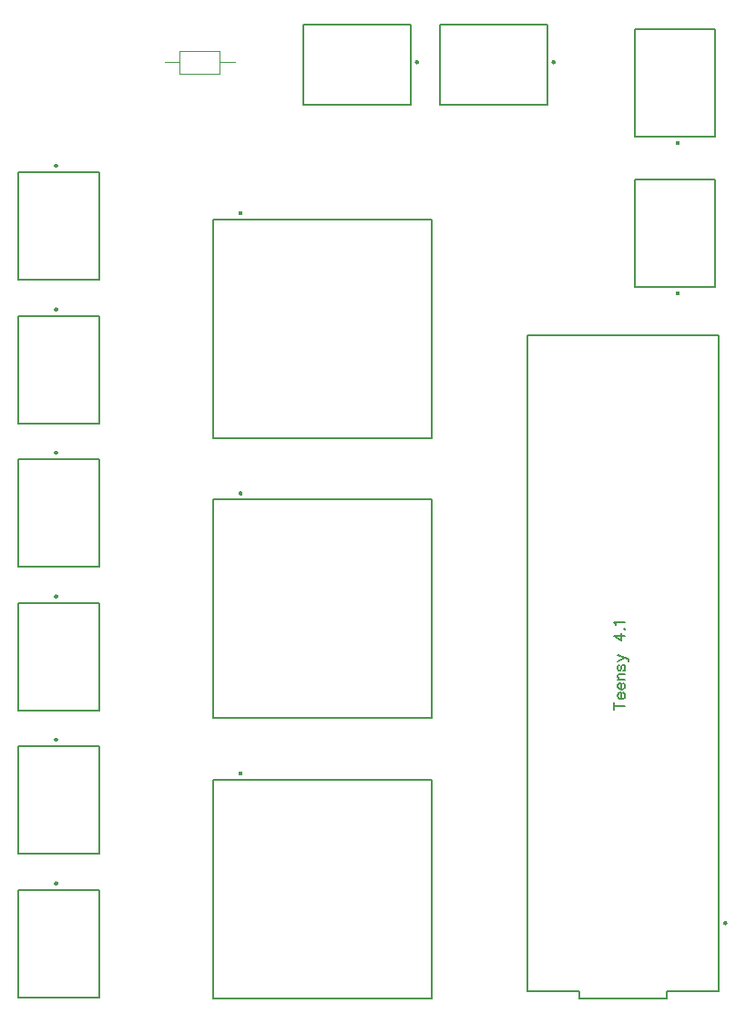
<source format=gbr>
G04 DipTrace 5.2.0.4*
G04 TopAssembly.gbr*
%MOIN*%
G04 #@! TF.FileFunction,Drawing,Top*
G04 #@! TF.Part,Single*
%ADD10C,0.005*%
%ADD20C,0.004724*%
%ADD56C,0.006176*%
%FSLAX26Y26*%
G04*
G70*
G90*
G75*
G01*
G04 TopAssy*
%LPD*%
X1990550Y3811220D2*
D10*
X1596850D1*
Y4106495D1*
X1990550D1*
Y3811220D1*
G36*
X2022046Y3968700D2*
X2021979Y3967672D1*
X2021778Y3966662D1*
X2021447Y3965687D1*
X2020992Y3964763D1*
X2020419Y3963907D1*
X2019740Y3963132D1*
X2018966Y3962453D1*
X2018109Y3961881D1*
X2017186Y3961425D1*
X2016210Y3961094D1*
X2015200Y3960893D1*
X2014172Y3960826D1*
X2013145Y3960893D1*
X2012134Y3961094D1*
X2011159Y3961425D1*
X2010235Y3961881D1*
X2009379Y3962453D1*
X2008605Y3963132D1*
X2007926Y3963907D1*
X2007353Y3964763D1*
X2006898Y3965687D1*
X2006567Y3966662D1*
X2006366Y3967672D1*
X2006298Y3968700D1*
D1*
X2006366Y3969728D1*
X2006567Y3970738D1*
X2006898Y3971713D1*
X2007353Y3972637D1*
X2007926Y3973493D1*
X2008605Y3974268D1*
X2009379Y3974947D1*
X2010235Y3975519D1*
X2011159Y3975975D1*
X2012134Y3976306D1*
X2013145Y3976507D1*
X2014172Y3976574D1*
X2015200Y3976507D1*
X2016210Y3976306D1*
X2017186Y3975975D1*
X2018109Y3975519D1*
X2018966Y3974947D1*
X2019740Y3974268D1*
X2020419Y3973493D1*
X2020992Y3972637D1*
X2021447Y3971713D1*
X2021778Y3970738D1*
X2021979Y3969728D1*
X2022046Y3968700D1*
D1*
G37*
X2811220Y3696850D2*
D10*
Y4090550D1*
X3106495D1*
Y3696850D1*
X2811220D1*
G36*
X2968700Y3665354D2*
X2967672Y3665421D1*
X2966662Y3665622D1*
X2965687Y3665953D1*
X2964763Y3666408D1*
X2963907Y3666981D1*
X2963132Y3667660D1*
X2962453Y3668434D1*
X2961881Y3669291D1*
X2961425Y3670214D1*
X2961094Y3671190D1*
X2960893Y3672200D1*
X2960826Y3673228D1*
X2960893Y3674255D1*
X2961094Y3675266D1*
X2961425Y3676241D1*
X2961881Y3677165D1*
X2962453Y3678021D1*
X2963132Y3678795D1*
X2963907Y3679474D1*
X2964763Y3680047D1*
X2965687Y3680502D1*
X2966662Y3680833D1*
X2967672Y3681034D1*
X2968700Y3681102D1*
D1*
X2969728Y3681034D1*
X2970738Y3680833D1*
X2971713Y3680502D1*
X2972637Y3680047D1*
X2973493Y3679474D1*
X2974268Y3678795D1*
X2974947Y3678021D1*
X2975519Y3677165D1*
X2975975Y3676241D1*
X2976306Y3675266D1*
X2976507Y3674255D1*
X2976574Y3673228D1*
X2976507Y3672200D1*
X2976306Y3671190D1*
X2975975Y3670214D1*
X2975519Y3669291D1*
X2974947Y3668434D1*
X2974268Y3667660D1*
X2973493Y3666981D1*
X2972637Y3666408D1*
X2971713Y3665953D1*
X2970738Y3665622D1*
X2969728Y3665421D1*
X2968700Y3665354D1*
D1*
G37*
X2811220Y3146850D2*
D10*
Y3540550D1*
X3106495D1*
Y3146850D1*
X2811220D1*
G36*
X2968700Y3115354D2*
X2967672Y3115421D1*
X2966662Y3115622D1*
X2965687Y3115953D1*
X2964763Y3116408D1*
X2963907Y3116981D1*
X2963132Y3117660D1*
X2962453Y3118434D1*
X2961881Y3119291D1*
X2961425Y3120214D1*
X2961094Y3121190D1*
X2960893Y3122200D1*
X2960826Y3123228D1*
X2960893Y3124255D1*
X2961094Y3125266D1*
X2961425Y3126241D1*
X2961881Y3127165D1*
X2962453Y3128021D1*
X2963132Y3128795D1*
X2963907Y3129474D1*
X2964763Y3130047D1*
X2965687Y3130502D1*
X2966662Y3130833D1*
X2967672Y3131034D1*
X2968700Y3131102D1*
D1*
X2969728Y3131034D1*
X2970738Y3130833D1*
X2971713Y3130502D1*
X2972637Y3130047D1*
X2973493Y3129474D1*
X2974268Y3128795D1*
X2974947Y3128021D1*
X2975519Y3127165D1*
X2975975Y3126241D1*
X2976306Y3125266D1*
X2976507Y3124255D1*
X2976574Y3123228D1*
X2976507Y3122200D1*
X2976306Y3121190D1*
X2975975Y3120214D1*
X2975519Y3119291D1*
X2974947Y3118434D1*
X2974268Y3117660D1*
X2973493Y3116981D1*
X2972637Y3116408D1*
X2971713Y3115953D1*
X2970738Y3115622D1*
X2969728Y3115421D1*
X2968700Y3115354D1*
D1*
G37*
X851180Y940550D2*
D10*
Y546850D1*
X555905D1*
Y940550D1*
X851180D1*
G36*
X693700Y972046D2*
X694728Y971979D1*
X695738Y971778D1*
X696713Y971447D1*
X697637Y970992D1*
X698493Y970419D1*
X699268Y969740D1*
X699947Y968966D1*
X700519Y968109D1*
X700975Y967186D1*
X701306Y966210D1*
X701507Y965200D1*
X701574Y964172D1*
X701507Y963145D1*
X701306Y962134D1*
X700975Y961159D1*
X700519Y960235D1*
X699947Y959379D1*
X699268Y958605D1*
X698493Y957926D1*
X697637Y957353D1*
X696713Y956898D1*
X695738Y956567D1*
X694728Y956366D1*
X693700Y956298D1*
D1*
X692672Y956366D1*
X691662Y956567D1*
X690687Y956898D1*
X689763Y957353D1*
X688907Y957926D1*
X688132Y958605D1*
X687453Y959379D1*
X686881Y960235D1*
X686425Y961159D1*
X686094Y962134D1*
X685893Y963145D1*
X685826Y964172D1*
X685893Y965200D1*
X686094Y966210D1*
X686425Y967186D1*
X686881Y968109D1*
X687453Y968966D1*
X688132Y969740D1*
X688907Y970419D1*
X689763Y970992D1*
X690687Y971447D1*
X691662Y971778D1*
X692672Y971979D1*
X693700Y972046D1*
D1*
G37*
X851180Y1465550D2*
D10*
Y1071850D1*
X555905D1*
Y1465550D1*
X851180D1*
G36*
X693700Y1497046D2*
X694728Y1496979D1*
X695738Y1496778D1*
X696713Y1496447D1*
X697637Y1495992D1*
X698493Y1495419D1*
X699268Y1494740D1*
X699947Y1493966D1*
X700519Y1493109D1*
X700975Y1492186D1*
X701306Y1491210D1*
X701507Y1490200D1*
X701574Y1489172D1*
X701507Y1488145D1*
X701306Y1487134D1*
X700975Y1486159D1*
X700519Y1485235D1*
X699947Y1484379D1*
X699268Y1483605D1*
X698493Y1482926D1*
X697637Y1482353D1*
X696713Y1481898D1*
X695738Y1481567D1*
X694728Y1481366D1*
X693700Y1481298D1*
D1*
X692672Y1481366D1*
X691662Y1481567D1*
X690687Y1481898D1*
X689763Y1482353D1*
X688907Y1482926D1*
X688132Y1483605D1*
X687453Y1484379D1*
X686881Y1485235D1*
X686425Y1486159D1*
X686094Y1487134D1*
X685893Y1488145D1*
X685826Y1489172D1*
X685893Y1490200D1*
X686094Y1491210D1*
X686425Y1492186D1*
X686881Y1493109D1*
X687453Y1493966D1*
X688132Y1494740D1*
X688907Y1495419D1*
X689763Y1495992D1*
X690687Y1496447D1*
X691662Y1496778D1*
X692672Y1496979D1*
X693700Y1497046D1*
D1*
G37*
X851180Y1990550D2*
D10*
Y1596850D1*
X555905D1*
Y1990550D1*
X851180D1*
G36*
X693700Y2022046D2*
X694728Y2021979D1*
X695738Y2021778D1*
X696713Y2021447D1*
X697637Y2020992D1*
X698493Y2020419D1*
X699268Y2019740D1*
X699947Y2018966D1*
X700519Y2018109D1*
X700975Y2017186D1*
X701306Y2016210D1*
X701507Y2015200D1*
X701574Y2014172D1*
X701507Y2013145D1*
X701306Y2012134D1*
X700975Y2011159D1*
X700519Y2010235D1*
X699947Y2009379D1*
X699268Y2008605D1*
X698493Y2007926D1*
X697637Y2007353D1*
X696713Y2006898D1*
X695738Y2006567D1*
X694728Y2006366D1*
X693700Y2006298D1*
D1*
X692672Y2006366D1*
X691662Y2006567D1*
X690687Y2006898D1*
X689763Y2007353D1*
X688907Y2007926D1*
X688132Y2008605D1*
X687453Y2009379D1*
X686881Y2010235D1*
X686425Y2011159D1*
X686094Y2012134D1*
X685893Y2013145D1*
X685826Y2014172D1*
X685893Y2015200D1*
X686094Y2016210D1*
X686425Y2017186D1*
X686881Y2018109D1*
X687453Y2018966D1*
X688132Y2019740D1*
X688907Y2020419D1*
X689763Y2020992D1*
X690687Y2021447D1*
X691662Y2021778D1*
X692672Y2021979D1*
X693700Y2022046D1*
D1*
G37*
X851180Y2515550D2*
D10*
Y2121850D1*
X555905D1*
Y2515550D1*
X851180D1*
G36*
X693700Y2547046D2*
X694728Y2546979D1*
X695738Y2546778D1*
X696713Y2546447D1*
X697637Y2545992D1*
X698493Y2545419D1*
X699268Y2544740D1*
X699947Y2543966D1*
X700519Y2543109D1*
X700975Y2542186D1*
X701306Y2541210D1*
X701507Y2540200D1*
X701574Y2539172D1*
X701507Y2538145D1*
X701306Y2537134D1*
X700975Y2536159D1*
X700519Y2535235D1*
X699947Y2534379D1*
X699268Y2533605D1*
X698493Y2532926D1*
X697637Y2532353D1*
X696713Y2531898D1*
X695738Y2531567D1*
X694728Y2531366D1*
X693700Y2531298D1*
D1*
X692672Y2531366D1*
X691662Y2531567D1*
X690687Y2531898D1*
X689763Y2532353D1*
X688907Y2532926D1*
X688132Y2533605D1*
X687453Y2534379D1*
X686881Y2535235D1*
X686425Y2536159D1*
X686094Y2537134D1*
X685893Y2538145D1*
X685826Y2539172D1*
X685893Y2540200D1*
X686094Y2541210D1*
X686425Y2542186D1*
X686881Y2543109D1*
X687453Y2543966D1*
X688132Y2544740D1*
X688907Y2545419D1*
X689763Y2545992D1*
X690687Y2546447D1*
X691662Y2546778D1*
X692672Y2546979D1*
X693700Y2547046D1*
D1*
G37*
X851180Y3040550D2*
D10*
Y2646850D1*
X555905D1*
Y3040550D1*
X851180D1*
G36*
X693700Y3072046D2*
X694728Y3071979D1*
X695738Y3071778D1*
X696713Y3071447D1*
X697637Y3070992D1*
X698493Y3070419D1*
X699268Y3069740D1*
X699947Y3068966D1*
X700519Y3068109D1*
X700975Y3067186D1*
X701306Y3066210D1*
X701507Y3065200D1*
X701574Y3064172D1*
X701507Y3063145D1*
X701306Y3062134D1*
X700975Y3061159D1*
X700519Y3060235D1*
X699947Y3059379D1*
X699268Y3058605D1*
X698493Y3057926D1*
X697637Y3057353D1*
X696713Y3056898D1*
X695738Y3056567D1*
X694728Y3056366D1*
X693700Y3056298D1*
D1*
X692672Y3056366D1*
X691662Y3056567D1*
X690687Y3056898D1*
X689763Y3057353D1*
X688907Y3057926D1*
X688132Y3058605D1*
X687453Y3059379D1*
X686881Y3060235D1*
X686425Y3061159D1*
X686094Y3062134D1*
X685893Y3063145D1*
X685826Y3064172D1*
X685893Y3065200D1*
X686094Y3066210D1*
X686425Y3067186D1*
X686881Y3068109D1*
X687453Y3068966D1*
X688132Y3069740D1*
X688907Y3070419D1*
X689763Y3070992D1*
X690687Y3071447D1*
X691662Y3071778D1*
X692672Y3071979D1*
X693700Y3072046D1*
D1*
G37*
X851180Y3565550D2*
D10*
Y3171850D1*
X555905D1*
Y3565550D1*
X851180D1*
G36*
X693700Y3597046D2*
X694728Y3596979D1*
X695738Y3596778D1*
X696713Y3596447D1*
X697637Y3595992D1*
X698493Y3595419D1*
X699268Y3594740D1*
X699947Y3593966D1*
X700519Y3593109D1*
X700975Y3592186D1*
X701306Y3591210D1*
X701507Y3590200D1*
X701574Y3589172D1*
X701507Y3588145D1*
X701306Y3587134D1*
X700975Y3586159D1*
X700519Y3585235D1*
X699947Y3584379D1*
X699268Y3583605D1*
X698493Y3582926D1*
X697637Y3582353D1*
X696713Y3581898D1*
X695738Y3581567D1*
X694728Y3581366D1*
X693700Y3581298D1*
D1*
X692672Y3581366D1*
X691662Y3581567D1*
X690687Y3581898D1*
X689763Y3582353D1*
X688907Y3582926D1*
X688132Y3583605D1*
X687453Y3584379D1*
X686881Y3585235D1*
X686425Y3586159D1*
X686094Y3587134D1*
X685893Y3588145D1*
X685826Y3589172D1*
X685893Y3590200D1*
X686094Y3591210D1*
X686425Y3592186D1*
X686881Y3593109D1*
X687453Y3593966D1*
X688132Y3594740D1*
X688907Y3595419D1*
X689763Y3595992D1*
X690687Y3596447D1*
X691662Y3596778D1*
X692672Y3596979D1*
X693700Y3597046D1*
D1*
G37*
G36*
X1360826Y1366075D2*
X1360893Y1367103D1*
X1361094Y1368113D1*
X1361425Y1369089D1*
X1361881Y1370012D1*
X1362453Y1370869D1*
X1363132Y1371643D1*
X1363907Y1372322D1*
X1364763Y1372894D1*
X1365687Y1373350D1*
X1366662Y1373681D1*
X1367672Y1373882D1*
X1368700Y1373949D1*
X1369728Y1373882D1*
X1370738Y1373681D1*
X1371713Y1373350D1*
X1372637Y1372894D1*
X1373493Y1372322D1*
X1374268Y1371643D1*
X1374947Y1370869D1*
X1375519Y1370012D1*
X1375975Y1369089D1*
X1376306Y1368113D1*
X1376507Y1367103D1*
X1376574Y1366075D1*
D1*
X1376507Y1365048D1*
X1376306Y1364037D1*
X1375975Y1363062D1*
X1375519Y1362138D1*
X1374947Y1361282D1*
X1374268Y1360508D1*
X1373493Y1359828D1*
X1372637Y1359256D1*
X1371713Y1358801D1*
X1370738Y1358470D1*
X1369728Y1358269D1*
X1368700Y1358201D1*
X1367672Y1358269D1*
X1366662Y1358470D1*
X1365687Y1358801D1*
X1364763Y1359256D1*
X1363907Y1359828D1*
X1363132Y1360508D1*
X1362453Y1361282D1*
X1361881Y1362138D1*
X1361425Y1363062D1*
X1361094Y1364037D1*
X1360893Y1365048D1*
X1360826Y1366075D1*
D1*
G37*
X1268700Y1343700D2*
D10*
Y543700D1*
X2068700D1*
Y1343700D1*
X1268700D1*
G36*
X1360826Y2391075D2*
X1360893Y2392103D1*
X1361094Y2393113D1*
X1361425Y2394089D1*
X1361881Y2395012D1*
X1362453Y2395869D1*
X1363132Y2396643D1*
X1363907Y2397322D1*
X1364763Y2397894D1*
X1365687Y2398350D1*
X1366662Y2398681D1*
X1367672Y2398882D1*
X1368700Y2398949D1*
X1369728Y2398882D1*
X1370738Y2398681D1*
X1371713Y2398350D1*
X1372637Y2397894D1*
X1373493Y2397322D1*
X1374268Y2396643D1*
X1374947Y2395869D1*
X1375519Y2395012D1*
X1375975Y2394089D1*
X1376306Y2393113D1*
X1376507Y2392103D1*
X1376574Y2391075D1*
D1*
X1376507Y2390048D1*
X1376306Y2389037D1*
X1375975Y2388062D1*
X1375519Y2387138D1*
X1374947Y2386282D1*
X1374268Y2385508D1*
X1373493Y2384828D1*
X1372637Y2384256D1*
X1371713Y2383801D1*
X1370738Y2383470D1*
X1369728Y2383269D1*
X1368700Y2383201D1*
X1367672Y2383269D1*
X1366662Y2383470D1*
X1365687Y2383801D1*
X1364763Y2384256D1*
X1363907Y2384828D1*
X1363132Y2385508D1*
X1362453Y2386282D1*
X1361881Y2387138D1*
X1361425Y2388062D1*
X1361094Y2389037D1*
X1360893Y2390048D1*
X1360826Y2391075D1*
D1*
G37*
X1268700Y2368700D2*
D10*
Y1568700D1*
X2068700D1*
Y2368700D1*
X1268700D1*
G36*
X1360826Y3416075D2*
X1360893Y3417103D1*
X1361094Y3418113D1*
X1361425Y3419089D1*
X1361881Y3420012D1*
X1362453Y3420869D1*
X1363132Y3421643D1*
X1363907Y3422322D1*
X1364763Y3422894D1*
X1365687Y3423350D1*
X1366662Y3423681D1*
X1367672Y3423882D1*
X1368700Y3423949D1*
X1369728Y3423882D1*
X1370738Y3423681D1*
X1371713Y3423350D1*
X1372637Y3422894D1*
X1373493Y3422322D1*
X1374268Y3421643D1*
X1374947Y3420869D1*
X1375519Y3420012D1*
X1375975Y3419089D1*
X1376306Y3418113D1*
X1376507Y3417103D1*
X1376574Y3416075D1*
D1*
X1376507Y3415048D1*
X1376306Y3414037D1*
X1375975Y3413062D1*
X1375519Y3412138D1*
X1374947Y3411282D1*
X1374268Y3410508D1*
X1373493Y3409828D1*
X1372637Y3409256D1*
X1371713Y3408801D1*
X1370738Y3408470D1*
X1369728Y3408269D1*
X1368700Y3408201D1*
X1367672Y3408269D1*
X1366662Y3408470D1*
X1365687Y3408801D1*
X1364763Y3409256D1*
X1363907Y3409828D1*
X1363132Y3410508D1*
X1362453Y3411282D1*
X1361881Y3412138D1*
X1361425Y3413062D1*
X1361094Y3414037D1*
X1360893Y3415048D1*
X1360826Y3416075D1*
D1*
G37*
X1268700Y3393700D2*
D10*
Y2593700D1*
X2068700D1*
Y3393700D1*
X1268700D1*
X1145865Y4010039D2*
D20*
Y3927361D1*
X1291535D1*
Y4010039D1*
X1145865D1*
X1090354Y3968700D2*
X1145865D1*
X1291535D2*
X1347046D1*
X2490550Y3811220D2*
D10*
X2096850D1*
Y4106495D1*
X2490550D1*
Y3811220D1*
G36*
X2522046Y3968700D2*
X2521979Y3967672D1*
X2521778Y3966662D1*
X2521447Y3965687D1*
X2520992Y3964763D1*
X2520419Y3963907D1*
X2519740Y3963132D1*
X2518966Y3962453D1*
X2518109Y3961881D1*
X2517186Y3961425D1*
X2516210Y3961094D1*
X2515200Y3960893D1*
X2514172Y3960826D1*
X2513145Y3960893D1*
X2512134Y3961094D1*
X2511159Y3961425D1*
X2510235Y3961881D1*
X2509379Y3962453D1*
X2508605Y3963132D1*
X2507926Y3963907D1*
X2507353Y3964763D1*
X2506898Y3965687D1*
X2506567Y3966662D1*
X2506366Y3967672D1*
X2506298Y3968700D1*
D1*
X2506366Y3969728D1*
X2506567Y3970738D1*
X2506898Y3971713D1*
X2507353Y3972637D1*
X2507926Y3973493D1*
X2508605Y3974268D1*
X2509379Y3974947D1*
X2510235Y3975519D1*
X2511159Y3975975D1*
X2512134Y3976306D1*
X2513145Y3976507D1*
X2514172Y3976574D1*
X2515200Y3976507D1*
X2516210Y3976306D1*
X2517186Y3975975D1*
X2518109Y3975519D1*
X2518966Y3974947D1*
X2519740Y3974268D1*
X2520419Y3973493D1*
X2520992Y3972637D1*
X2521447Y3971713D1*
X2521778Y3970738D1*
X2521979Y3969728D1*
X2522046Y3968700D1*
D1*
G37*
X2418700Y568700D2*
D10*
Y2968700D1*
X3118700D1*
Y568700D1*
X2927361D2*
Y541141D1*
X2610039Y568700D2*
Y541141D1*
X2927361D2*
X2610039D1*
X3118700Y568700D2*
X2927361D1*
X2418700D2*
X2610039D1*
G36*
X3142716Y810826D2*
X3141688Y810893D1*
X3140678Y811094D1*
X3139702Y811425D1*
X3138779Y811881D1*
X3137922Y812453D1*
X3137148Y813132D1*
X3136469Y813907D1*
X3135897Y814763D1*
X3135441Y815687D1*
X3135110Y816662D1*
X3134909Y817672D1*
X3134842Y818700D1*
X3134909Y819728D1*
X3135110Y820738D1*
X3135441Y821713D1*
X3135897Y822637D1*
X3136469Y823493D1*
X3137148Y824268D1*
X3137922Y824947D1*
X3138779Y825519D1*
X3139702Y825975D1*
X3140678Y826306D1*
X3141688Y826507D1*
X3142716Y826574D1*
D1*
X3143744Y826507D1*
X3144754Y826306D1*
X3145729Y825975D1*
X3146653Y825519D1*
X3147509Y824947D1*
X3148284Y824268D1*
X3148963Y823493D1*
X3149535Y822637D1*
X3149990Y821713D1*
X3150321Y820738D1*
X3150522Y819728D1*
X3150590Y818700D1*
X3150522Y817672D1*
X3150321Y816662D1*
X3149990Y815687D1*
X3149535Y814763D1*
X3148963Y813907D1*
X3148284Y813132D1*
X3147509Y812453D1*
X3146653Y811881D1*
X3145729Y811425D1*
X3144754Y811094D1*
X3143744Y810893D1*
X3142716Y810826D1*
D1*
G37*
X2735594Y1612502D2*
D56*
X2775786D1*
X2735594Y1599104D2*
Y1625899D1*
X2760487Y1638250D2*
Y1661198D1*
X2756641D1*
X2752794Y1659297D1*
X2750893Y1657396D1*
X2748991Y1653549D1*
Y1647801D1*
X2750893Y1643998D1*
X2754739Y1640152D1*
X2760487Y1638250D1*
X2764290D1*
X2770038Y1640152D1*
X2773841Y1643998D1*
X2775786Y1647801D1*
Y1653549D1*
X2773841Y1657396D1*
X2770038Y1661198D1*
X2760487Y1673550D2*
Y1696497D1*
X2756641D1*
X2752794Y1694596D1*
X2750893Y1692695D1*
X2748991Y1688848D1*
Y1683100D1*
X2750893Y1679298D1*
X2754739Y1675451D1*
X2760487Y1673550D1*
X2764290D1*
X2770038Y1675451D1*
X2773841Y1679298D1*
X2775786Y1683100D1*
Y1688848D1*
X2773841Y1692695D1*
X2770038Y1696497D1*
X2748991Y1708849D2*
X2775786D1*
X2756641D2*
X2750893Y1714597D1*
X2748991Y1718444D1*
Y1724147D1*
X2750893Y1727994D1*
X2756641Y1729895D1*
X2775786D1*
X2754739Y1763294D2*
X2750893Y1761392D1*
X2748991Y1755644D1*
Y1749896D1*
X2750893Y1744148D1*
X2754739Y1742247D1*
X2758542Y1744148D1*
X2760487Y1747995D1*
X2762389Y1757546D1*
X2764290Y1761392D1*
X2768137Y1763294D1*
X2770038D1*
X2773841Y1761392D1*
X2775786Y1755644D1*
Y1749896D1*
X2773841Y1744148D1*
X2770038Y1742247D1*
X2748991Y1777590D2*
X2775786Y1789042D1*
X2783435Y1785240D1*
X2787282Y1781393D1*
X2789183Y1777590D1*
Y1775645D1*
X2748991Y1800538D2*
X2775786Y1789042D1*
Y1870916D2*
X2735638D1*
X2762389Y1851770D1*
Y1880466D1*
X2771939Y1894719D2*
X2773885Y1892818D1*
X2775786Y1894719D1*
X2773885Y1896665D1*
X2771939Y1894719D1*
X2743288Y1909016D2*
X2741342Y1912863D1*
X2735638Y1918611D1*
X2775786D1*
M02*

</source>
